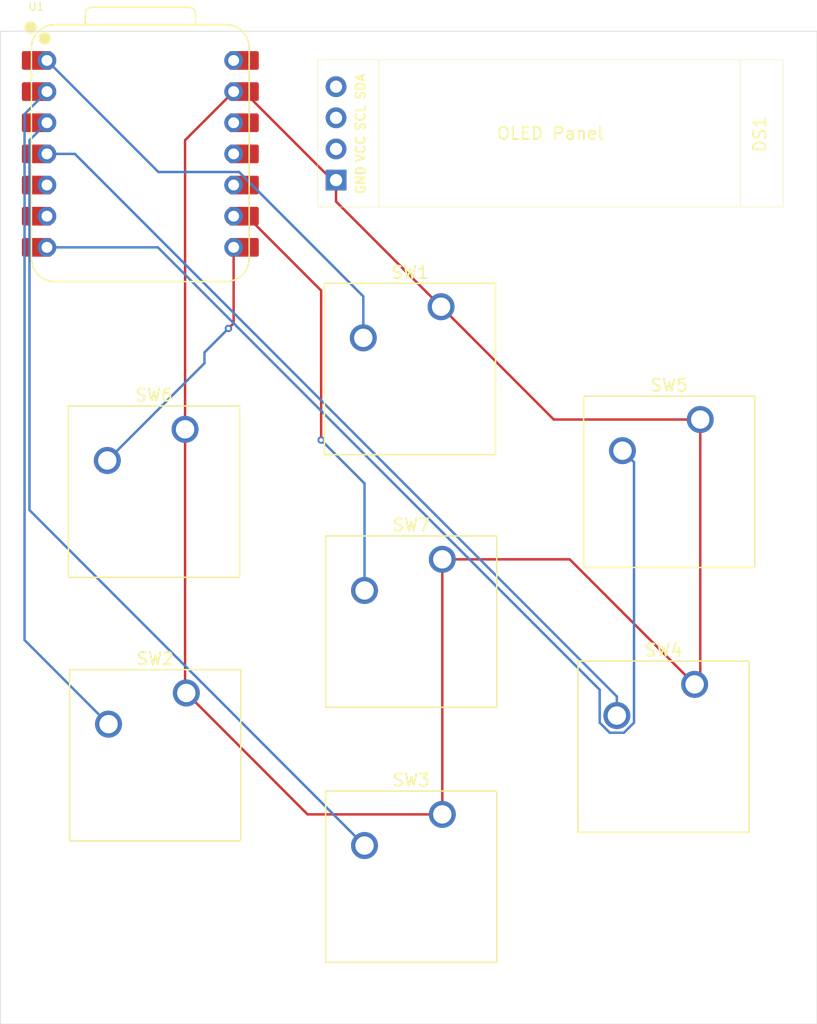
<source format=kicad_pcb>
(kicad_pcb (version 20241229) (generator "pcbnew") (generator_version "9.0")
  (layers (0 "F.Cu" signal) (2 "B.Cu" signal) (13 "F.Paste" user) (15 "B.Paste" user) (5 "F.SilkS" user "F.Silkscreen") (7 "B.SilkS" user "B.Silkscreen") (1 "F.Mask" user) (3 "B.Mask" user) (25 "Edge.Cuts" user))
  (net 0 "")
  (net 1 "GND")
  (net 3 "sda")
  (net 4 "scl")
  (net 5 "vcc")
  (net 8 "sw1")
  (net 9 "sw2")
  (net 10 "sw3")
  (net 11 "sw4")
  (net 12 "sw5")
  (net 13 "sw6")
  (net 14 "sw7")
  (footprint "footprints:XIAO-RP2040-DIP (2)" (layer "F.Cu") (at 78.105 79.0575)
    (property "Reference" "U1" (at -8.5 -12 0) (layer "F.SilkS") (effects (font (size 0.635 0.635) (thickness 0.1016))))
    (property "Value" "XIAO-RP2040-DIP")
    (fp_line (start -8.89 8.509) (end -8.89 -8.636) (stroke (width 0.127)) (layer "F.SilkS"))
    (fp_line (start -6.985 10.414) (end 6.985 10.414) (stroke (width 0.127)) (layer "F.SilkS"))
    (fp_line (start -4.495 -10.541) (end -4.491272 -11.451272) (stroke (width 0.127)) (layer "F.SilkS"))
    (fp_line (start -3.991272 -11.951) (end 4.004 -11.951) (stroke (width 0.127)) (layer "F.SilkS"))
    (fp_line (start 4.504 -11.451) (end 4.504 -10.541) (stroke (width 0.127)) (layer "F.SilkS"))
    (fp_line (start 6.985 -10.541) (end -6.985 -10.541) (stroke (width 0.1)) (layer "F.SilkS"))
    (fp_line (start 6.985 -10.541) (end -6.985 -10.541) (stroke (width 0.127)) (layer "F.SilkS"))
    (fp_line (start 8.89 8.509) (end 8.89 -8.636) (stroke (width 0.127)) (layer "F.SilkS"))
    (fp_arc (start -8.89 -8.636) (mid -8.332038 -9.983038) (end -6.985 -10.541) (stroke (width 0.127)) (layer "F.SilkS"))
    (fp_arc (start -6.985 10.414) (mid -8.332038 9.856038) (end -8.89 8.509) (stroke (width 0.127)) (layer "F.SilkS"))
    (fp_arc (start -4.491272 -11.451272) (mid -4.344728 -11.80464) (end -3.991272 -11.951) (stroke (width 0.127)) (layer "F.SilkS"))
    (fp_arc (start 4.004 -11.951) (mid 4.357553 -11.804553) (end 4.504 -11.451) (stroke (width 0.127)) (layer "F.SilkS"))
    (fp_arc (start 6.985 -10.541) (mid 8.332038 -9.983038) (end 8.89 -8.636) (stroke (width 0.127)) (layer "F.SilkS"))
    (fp_arc (start 8.89 8.509) (mid 8.332038 9.856038) (end 6.985 10.414) (stroke (width 0.127)) (layer "F.SilkS"))
    (fp_circle (center -8.95 -10.3) (end -8.95 -10.554) (stroke (width 0.5)) (fill yes) (layer "F.SilkS"))
    (fp_circle (center -7.807 -9.42) (end -7.807 -9.674) (stroke (width 0.5)) (fill yes) (layer "F.SilkS"))
    (pad "1" smd roundrect (at -8.455 -7.62 180) (size 2.432 1.524) (layers "F.Cu" "F.Mask") (roundrect_rratio 0.1) (net 8 "sw1"))
    (pad "1" thru_hole circle (at -7.62 -7.62 180) (size 1.524 1.524) (drill 0.889) (layers "*.Cu" "*.Mask") (net 8 "sw1"))
    (pad "2" smd roundrect (at -8.455 -5.08 180) (size 2.432 1.524) (layers "F.Cu" "F.Mask") (roundrect_rratio 0.1) (net 9 "sw2"))
    (pad "2" thru_hole circle (at -7.62 -5.08 180) (size 1.524 1.524) (drill 0.889) (layers "*.Cu" "*.Mask") (net 9 "sw2"))
    (pad "3" smd roundrect (at -8.455 -2.54 180) (size 2.432 1.524) (layers "F.Cu" "F.Mask") (roundrect_rratio 0.1) (net 10 "sw3"))
    (pad "3" thru_hole circle (at -7.62 -2.54 180) (size 1.524 1.524) (drill 0.889) (layers "*.Cu" "*.Mask") (net 10 "sw3"))
    (pad "4" smd roundrect (at -8.455 0 180) (size 2.432 1.524) (layers "F.Cu" "F.Mask") (roundrect_rratio 0.1) (net 11 "sw4"))
    (pad "4" thru_hole circle (at -7.62 0 180) (size 1.524 1.524) (drill 0.889) (layers "*.Cu" "*.Mask") (net 11 "sw4"))
    (pad "5" smd roundrect (at -8.455 2.54 180) (size 2.432 1.524) (layers "F.Cu" "F.Mask") (roundrect_rratio 0.1) (net 3 "sda"))
    (pad "5" thru_hole circle (at -7.62 2.54 180) (size 1.524 1.524) (drill 0.889) (layers "*.Cu" "*.Mask") (net 3 "sda"))
    (pad "6" smd roundrect (at -8.455 5.08 180) (size 2.432 1.524) (layers "F.Cu" "F.Mask") (roundrect_rratio 0.1) (net 4 "scl"))
    (pad "6" thru_hole circle (at -7.62 5.08 180) (size 1.524 1.524) (drill 0.889) (layers "*.Cu" "*.Mask") (net 4 "scl"))
    (pad "7" smd roundrect (at -8.455 7.62 180) (size 2.432 1.524) (layers "F.Cu" "F.Mask") (roundrect_rratio 0.1) (net 12 "sw5"))
    (pad "7" thru_hole circle (at -7.62 7.62 180) (size 1.524 1.524) (drill 0.889) (layers "*.Cu" "*.Mask") (net 12 "sw5"))
    (pad "8" thru_hole circle (at 7.62 7.62) (size 1.524 1.524) (drill 0.889) (layers "*.Cu" "*.Mask") (net 13 "sw6"))
    (pad "8" smd roundrect (at 8.455 7.62) (size 2.432 1.524) (layers "F.Cu" "F.Mask") (roundrect_rratio 0.1) (net 13 "sw6"))
    (pad "9" thru_hole circle (at 7.62 5.08) (size 1.524 1.524) (drill 0.889) (layers "*.Cu" "*.Mask") (net 14 "sw7"))
    (pad "9" smd roundrect (at 8.455 5.08) (size 2.432 1.524) (layers "F.Cu" "F.Mask") (roundrect_rratio 0.1) (net 14 "sw7"))
    (pad "10" thru_hole circle (at 7.62 2.54) (size 1.524 1.524) (drill 0.889) (layers "*.Cu" "*.Mask"))
    (pad "10" smd roundrect (at 8.455 2.54) (size 2.432 1.524) (layers "F.Cu" "F.Mask") (roundrect_rratio 0.1))
    (pad "11" thru_hole circle (at 7.62 0) (size 1.524 1.524) (drill 0.889) (layers "*.Cu" "*.Mask"))
    (pad "11" smd roundrect (at 8.455 0) (size 2.432 1.524) (layers "F.Cu" "F.Mask") (roundrect_rratio 0.1))
    (pad "12" thru_hole circle (at 7.62 -2.54) (size 1.524 1.524) (drill 0.889) (layers "*.Cu" "*.Mask") (net 5 "vcc"))
    (pad "12" smd roundrect (at 8.455 -2.54) (size 2.432 1.524) (layers "F.Cu" "F.Mask") (roundrect_rratio 0.1) (net 5 "vcc"))
    (pad "13" thru_hole circle (at 7.62 -5.08) (size 1.524 1.524) (drill 0.889) (layers "*.Cu" "*.Mask") (net 1 "GND"))
    (pad "13" smd roundrect (at 8.455 -5.08) (size 2.432 1.524) (layers "F.Cu" "F.Mask") (roundrect_rratio 0.1) (net 1 "GND"))
    (pad "14" thru_hole circle (at 7.62 -7.62) (size 1.524 1.524) (drill 0.889) (layers "*.Cu" "*.Mask"))
    (pad "14" smd roundrect (at 8.455 -7.62) (size 2.432 1.524) (layers "F.Cu" "F.Mask") (roundrect_rratio 0.1))
  )
  (footprint "footprints:SSD1306-0.91-OLED-4pin-128x32" (layer "F.Cu") (at 130.585 83.385 180)
    (property "Reference" "DS1" (at 1.9 5.91 90) (layer "F.SilkS"))
    (property "Value" "OLED-128O064D")
    (fp_line (start 38 12) (end 38 0) (stroke (width 0.04)) (layer "F.SilkS"))
    (fp_line (start 38 0) (end 0 0) (stroke (width 0.04)) (layer "F.SilkS"))
    (fp_line (start 33 0) (end 33 12) (stroke (width 0.04)) (layer "F.SilkS"))
    (fp_line (start 3.5 0) (end 3.5 12) (stroke (width 0.04)) (layer "F.SilkS"))
    (fp_line (start 0 12) (end 38 12) (stroke (width 0.04)) (layer "F.SilkS"))
    (fp_line (start 0 0) (end 0 12) (stroke (width 0.04)) (layer "F.SilkS"))
    (fp_text user "GND" (at 34.5 2.19 90) (layer "F.SilkS") (effects (font (size 0.75 0.75))))
    (fp_text user "SDA" (at 34.5 9.81 90) (layer "F.SilkS") (effects (font (size 0.75 0.75))))
    (fp_text user "OLED Panel" (at 19 6 0) (layer "F.SilkS"))
    (fp_text user "SCL" (at 34.5 7.27 90) (layer "F.SilkS") (effects (font (size 0.75 0.75))))
    (fp_text user "VCC" (at 34.5 4.73 90) (layer "F.SilkS") (effects (font (size 0.75 0.75))))
    (pad "1" thru_hole rect (at 36.5 2.19 180) (size 1.7 1.7) (drill 1) (layers "*.Cu" "*.Mask") (net 1 "GND"))
    (pad "2" thru_hole oval (at 36.5 4.73 180) (size 1.7 1.7) (drill 1) (layers "*.Cu" "*.Mask"))
    (pad "3" thru_hole oval (at 36.5 7.27 180) (size 1.7 1.7) (drill 1) (layers "*.Cu" "*.Mask"))
    (pad "4" thru_hole oval (at 36.5 9.81 180) (size 1.7 1.7) (drill 1) (layers "*.Cu" "*.Mask"))
  )
  (footprint "Button_Switch_Keyboard:SW_Cherry_MX_1.00u_PCB" (layer "F.Cu") (at 102.76 112.12)
    (property "Reference" "SW7" (at -2.54 -2.794 0) (layer "F.SilkS"))
    (property "Value" "SW_Push")
    (fp_line (start -9.525 -1.905) (end 4.445 -1.905) (stroke (width 0.12)) (layer "F.SilkS"))
    (fp_line (start -9.525 12.065) (end -9.525 -1.905) (stroke (width 0.12)) (layer "F.SilkS"))
    (fp_line (start 4.445 -1.905) (end 4.445 12.065) (stroke (width 0.12)) (layer "F.SilkS"))
    (fp_line (start 4.445 12.065) (end -9.525 12.065) (stroke (width 0.12)) (layer "F.SilkS"))
    (pad "" np_thru_hole circle (at -7.62 5.08) (size 1.7 1.7) (drill 1.7) (layers "*.Cu" "*.Mask"))
    (pad "" np_thru_hole circle (at -2.54 5.08) (size 4 4) (drill 4) (layers "*.Cu" "*.Mask"))
    (pad "" np_thru_hole circle (at 2.54 5.08) (size 1.7 1.7) (drill 1.7) (layers "*.Cu" "*.Mask"))
    (pad "1" thru_hole circle (at 0 0) (size 2.2 2.2) (drill 1.5) (layers "*.Cu" "*.Mask") (net 1 "GND"))
    (pad "2" thru_hole circle (at -6.35 2.54) (size 2.2 2.2) (drill 1.5) (layers "*.Cu" "*.Mask") (net 14 "sw7"))
  )
  (footprint "Button_Switch_Keyboard:SW_Cherry_MX_1.00u_PCB" (layer "F.Cu") (at 102.66 91.52)
    (property "Reference" "SW1" (at -2.54 -2.794 0) (layer "F.SilkS"))
    (property "Value" "SW_Push")
    (fp_line (start -9.525 -1.905) (end 4.445 -1.905) (stroke (width 0.12)) (layer "F.SilkS"))
    (fp_line (start -9.525 12.065) (end -9.525 -1.905) (stroke (width 0.12)) (layer "F.SilkS"))
    (fp_line (start 4.445 -1.905) (end 4.445 12.065) (stroke (width 0.12)) (layer "F.SilkS"))
    (fp_line (start 4.445 12.065) (end -9.525 12.065) (stroke (width 0.12)) (layer "F.SilkS"))
    (pad "" np_thru_hole circle (at -7.62 5.08) (size 1.7 1.7) (drill 1.7) (layers "*.Cu" "*.Mask"))
    (pad "" np_thru_hole circle (at -2.54 5.08) (size 4 4) (drill 4) (layers "*.Cu" "*.Mask"))
    (pad "" np_thru_hole circle (at 2.54 5.08) (size 1.7 1.7) (drill 1.7) (layers "*.Cu" "*.Mask"))
    (pad "1" thru_hole circle (at 0 0) (size 2.2 2.2) (drill 1.5) (layers "*.Cu" "*.Mask") (net 1 "GND"))
    (pad "2" thru_hole circle (at -6.35 2.54) (size 2.2 2.2) (drill 1.5) (layers "*.Cu" "*.Mask") (net 8 "sw1"))
  )
  (footprint "Button_Switch_Keyboard:SW_Cherry_MX_1.00u_PCB" (layer "F.Cu") (at 81.76 101.52)
    (property "Reference" "SW6" (at -2.54 -2.794 0) (layer "F.SilkS"))
    (property "Value" "SW_Push")
    (fp_line (start -9.525 -1.905) (end 4.445 -1.905) (stroke (width 0.12)) (layer "F.SilkS"))
    (fp_line (start -9.525 12.065) (end -9.525 -1.905) (stroke (width 0.12)) (layer "F.SilkS"))
    (fp_line (start 4.445 -1.905) (end 4.445 12.065) (stroke (width 0.12)) (layer "F.SilkS"))
    (fp_line (start 4.445 12.065) (end -9.525 12.065) (stroke (width 0.12)) (layer "F.SilkS"))
    (pad "" np_thru_hole circle (at -7.62 5.08) (size 1.7 1.7) (drill 1.7) (layers "*.Cu" "*.Mask"))
    (pad "" np_thru_hole circle (at -2.54 5.08) (size 4 4) (drill 4) (layers "*.Cu" "*.Mask"))
    (pad "" np_thru_hole circle (at 2.54 5.08) (size 1.7 1.7) (drill 1.7) (layers "*.Cu" "*.Mask"))
    (pad "1" thru_hole circle (at 0 0) (size 2.2 2.2) (drill 1.5) (layers "*.Cu" "*.Mask") (net 1 "GND"))
    (pad "2" thru_hole circle (at -6.35 2.54) (size 2.2 2.2) (drill 1.5) (layers "*.Cu" "*.Mask") (net 13 "sw6"))
  )
  (footprint "Button_Switch_Keyboard:SW_Cherry_MX_1.00u_PCB" (layer "F.Cu") (at 123.36 122.32)
    (property "Reference" "SW4" (at -2.54 -2.794 0) (layer "F.SilkS"))
    (property "Value" "SW_Push")
    (fp_line (start -9.525 -1.905) (end 4.445 -1.905) (stroke (width 0.12)) (layer "F.SilkS"))
    (fp_line (start -9.525 12.065) (end -9.525 -1.905) (stroke (width 0.12)) (layer "F.SilkS"))
    (fp_line (start 4.445 -1.905) (end 4.445 12.065) (stroke (width 0.12)) (layer "F.SilkS"))
    (fp_line (start 4.445 12.065) (end -9.525 12.065) (stroke (width 0.12)) (layer "F.SilkS"))
    (pad "" np_thru_hole circle (at -7.62 5.08) (size 1.7 1.7) (drill 1.7) (layers "*.Cu" "*.Mask"))
    (pad "" np_thru_hole circle (at -2.54 5.08) (size 4 4) (drill 4) (layers "*.Cu" "*.Mask"))
    (pad "" np_thru_hole circle (at 2.54 5.08) (size 1.7 1.7) (drill 1.7) (layers "*.Cu" "*.Mask"))
    (pad "1" thru_hole circle (at 0 0) (size 2.2 2.2) (drill 1.5) (layers "*.Cu" "*.Mask") (net 1 "GND"))
    (pad "2" thru_hole circle (at -6.35 2.54) (size 2.2 2.2) (drill 1.5) (layers "*.Cu" "*.Mask") (net 11 "sw4"))
  )
  (footprint "Button_Switch_Keyboard:SW_Cherry_MX_1.00u_PCB" (layer "F.Cu") (at 81.86 123.02)
    (property "Reference" "SW2" (at -2.54 -2.794 0) (layer "F.SilkS"))
    (property "Value" "SW_Push")
    (fp_line (start -9.525 -1.905) (end 4.445 -1.905) (stroke (width 0.12)) (layer "F.SilkS"))
    (fp_line (start -9.525 12.065) (end -9.525 -1.905) (stroke (width 0.12)) (layer "F.SilkS"))
    (fp_line (start 4.445 -1.905) (end 4.445 12.065) (stroke (width 0.12)) (layer "F.SilkS"))
    (fp_line (start 4.445 12.065) (end -9.525 12.065) (stroke (width 0.12)) (layer "F.SilkS"))
    (pad "" np_thru_hole circle (at -7.62 5.08) (size 1.7 1.7) (drill 1.7) (layers "*.Cu" "*.Mask"))
    (pad "" np_thru_hole circle (at -2.54 5.08) (size 4 4) (drill 4) (layers "*.Cu" "*.Mask"))
    (pad "" np_thru_hole circle (at 2.54 5.08) (size 1.7 1.7) (drill 1.7) (layers "*.Cu" "*.Mask"))
    (pad "1" thru_hole circle (at 0 0) (size 2.2 2.2) (drill 1.5) (layers "*.Cu" "*.Mask") (net 1 "GND"))
    (pad "2" thru_hole circle (at -6.35 2.54) (size 2.2 2.2) (drill 1.5) (layers "*.Cu" "*.Mask") (net 9 "sw2"))
  )
  (footprint "Button_Switch_Keyboard:SW_Cherry_MX_1.00u_PCB" (layer "F.Cu") (at 102.76 132.92)
    (property "Reference" "SW3" (at -2.54 -2.794 0) (layer "F.SilkS"))
    (property "Value" "SW_Push")
    (fp_line (start -9.525 -1.905) (end 4.445 -1.905) (stroke (width 0.12)) (layer "F.SilkS"))
    (fp_line (start -9.525 12.065) (end -9.525 -1.905) (stroke (width 0.12)) (layer "F.SilkS"))
    (fp_line (start 4.445 -1.905) (end 4.445 12.065) (stroke (width 0.12)) (layer "F.SilkS"))
    (fp_line (start 4.445 12.065) (end -9.525 12.065) (stroke (width 0.12)) (layer "F.SilkS"))
    (pad "" np_thru_hole circle (at -7.62 5.08) (size 1.7 1.7) (drill 1.7) (layers "*.Cu" "*.Mask"))
    (pad "" np_thru_hole circle (at -2.54 5.08) (size 4 4) (drill 4) (layers "*.Cu" "*.Mask"))
    (pad "" np_thru_hole circle (at 2.54 5.08) (size 1.7 1.7) (drill 1.7) (layers "*.Cu" "*.Mask"))
    (pad "1" thru_hole circle (at 0 0) (size 2.2 2.2) (drill 1.5) (layers "*.Cu" "*.Mask") (net 1 "GND"))
    (pad "2" thru_hole circle (at -6.35 2.54) (size 2.2 2.2) (drill 1.5) (layers "*.Cu" "*.Mask") (net 10 "sw3"))
  )
  (footprint "Button_Switch_Keyboard:SW_Cherry_MX_1.00u_PCB" (layer "F.Cu") (at 123.82 100.72)
    (property "Reference" "SW5" (at -2.54 -2.794 0) (layer "F.SilkS"))
    (property "Value" "SW_Push")
    (fp_line (start -9.525 -1.905) (end 4.445 -1.905) (stroke (width 0.12)) (layer "F.SilkS"))
    (fp_line (start -9.525 12.065) (end -9.525 -1.905) (stroke (width 0.12)) (layer "F.SilkS"))
    (fp_line (start 4.445 -1.905) (end 4.445 12.065) (stroke (width 0.12)) (layer "F.SilkS"))
    (fp_line (start 4.445 12.065) (end -9.525 12.065) (stroke (width 0.12)) (layer "F.SilkS"))
    (pad "" np_thru_hole circle (at -7.62 5.08) (size 1.7 1.7) (drill 1.7) (layers "*.Cu" "*.Mask"))
    (pad "" np_thru_hole circle (at -2.54 5.08) (size 4 4) (drill 4) (layers "*.Cu" "*.Mask"))
    (pad "" np_thru_hole circle (at 2.54 5.08) (size 1.7 1.7) (drill 1.7) (layers "*.Cu" "*.Mask"))
    (pad "1" thru_hole circle (at 0 0) (size 2.2 2.2) (drill 1.5) (layers "*.Cu" "*.Mask") (net 1 "GND"))
    (pad "2" thru_hole circle (at -6.35 2.54) (size 2.2 2.2) (drill 1.5) (layers "*.Cu" "*.Mask") (net 12 "sw5"))
  )
  (gr_rect (start 66.675 69.05625) (end 133.35 150.01875) (stroke (width 0.05)) (fill no) (layer "Edge.Cuts"))
  (segment (start 91.76 132.92) (end 102.76 132.92) (width 0.2) (layer "F.Cu") (net 1))
  (segment (start 123.82 100.72) (end 111.86 100.72) (width 0.2) (layer "F.Cu") (net 1))
  (segment (start 81.86 123.02) (end 91.76 132.92) (width 0.2) (layer "F.Cu") (net 1))
  (segment (start 102.76 112.12) (end 113.16 112.12) (width 0.2) (layer "F.Cu") (net 1))
  (segment (start 113.16 112.12) (end 123.36 122.32) (width 0.2) (layer "F.Cu") (net 1))
  (segment (start 81.76 122.92) (end 81.86 123.02) (width 0.2) (layer "F.Cu") (net 1))
  (segment (start 81.76 101.52) (end 81.76 122.92) (width 0.2) (layer "F.Cu") (net 1))
  (segment (start 94.085 81.195) (end 93.7775 81.195) (width 0.2) (layer "F.Cu") (net 1))
  (segment (start 102.76 132.92) (end 102.76 112.12) (width 0.2) (layer "F.Cu") (net 1))
  (segment (start 123.36 122.32) (end 123.82 121.86) (width 0.2) (layer "F.Cu") (net 1))
  (segment (start 94.085 82.945) (end 94.085 81.195) (width 0.2) (layer "F.Cu") (net 1))
  (segment (start 111.86 100.72) (end 102.66 91.52) (width 0.2) (layer "F.Cu") (net 1))
  (segment (start 123.82 121.86) (end 123.82 100.72) (width 0.2) (layer "F.Cu") (net 1))
  (segment (start 102.66 91.52) (end 94.085 82.945) (width 0.2) (layer "F.Cu") (net 1))
  (segment (start 81.76 77.9425) (end 85.725 73.9775) (width 0.2) (layer "F.Cu") (net 1))
  (segment (start 93.7775 81.195) (end 86.56 73.9775) (width 0.2) (layer "F.Cu") (net 1))
  (segment (start 81.76 101.52) (end 81.76 77.9425) (width 0.2) (layer "F.Cu") (net 1))
  (segment (start 96.31 90.67919) (end 86.16531 80.5345) (width 0.2) (layer "B.Cu") (net 8))
  (segment (start 86.16531 80.5345) (end 79.582 80.5345) (width 0.2) (layer "B.Cu") (net 8))
  (segment (start 79.582 80.5345) (end 70.485 71.4375) (width 0.2) (layer "B.Cu") (net 8))
  (segment (start 96.31 94.06) (end 96.31 90.67919) (width 0.2) (layer "B.Cu") (net 8))
  (segment (start 68.65525 75.80725) (end 70.485 73.9775) (width 0.2) (layer "B.Cu") (net 9))
  (segment (start 75.51 125.56) (end 68.65525 118.70525) (width 0.2) (layer "B.Cu") (net 9))
  (segment (start 68.65525 118.70525) (end 68.65525 75.80725) (width 0.2) (layer "B.Cu") (net 9))
  (segment (start 69.05625 108.10625) (end 69.05625 77.94625) (width 0.2) (layer "B.Cu") (net 10))
  (segment (start 96.41 135.46) (end 69.05625 108.10625) (width 0.2) (layer "B.Cu") (net 10))
  (segment (start 69.05625 77.94625) (end 70.485 76.5175) (width 0.2) (layer "B.Cu") (net 10))
  (segment (start 117.01 124.86) (end 117.01 123.304366) (width 0.2) (layer "B.Cu") (net 11))
  (segment (start 72.763134 79.0575) (end 70.485 79.0575) (width 0.2) (layer "B.Cu") (net 11))
  (segment (start 117.01 123.304366) (end 72.763134 79.0575) (width 0.2) (layer "B.Cu") (net 11))
  (segment (start 79.53375 86.6775) (end 70.485 86.6775) (width 0.2) (layer "B.Cu") (net 12))
  (segment (start 115.609 122.75275) (end 79.53375 86.6775) (width 0.2) (layer "B.Cu") (net 12))
  (segment (start 115.609 125.440314) (end 115.609 122.75275) (width 0.2) (layer "B.Cu") (net 12))
  (segment (start 117.590314 126.261) (end 116.429686 126.261) (width 0.2) (layer "B.Cu") (net 12))
  (segment (start 117.47 103.26) (end 118.411 104.201) (width 0.2) (layer "B.Cu") (net 12))
  (segment (start 118.411 104.201) (end 118.411 125.440314) (width 0.2) (layer "B.Cu") (net 12))
  (segment (start 118.411 125.440314) (end 117.590314 126.261) (width 0.2) (layer "B.Cu") (net 12))
  (segment (start 116.429686 126.261) (end 115.609 125.440314) (width 0.2) (layer "B.Cu") (net 12))
  (segment (start 85.300735 93.293015) (end 85.725 92.86875) (width 0.2) (layer "F.Cu") (net 13))
  (segment (start 85.725 92.86875) (end 85.725 86.6775) (width 0.2) (layer "F.Cu") (net 13))
  (via (at 85.300735 93.293015) (size 0.6) (drill 0.3) (layers "F.Cu" "B.Cu") (net 13))
  (segment (start 75.41 104.06) (end 83.34375 96.12625) (width 0.2) (layer "B.Cu") (net 13))
  (segment (start 83.34375 96.12625) (end 83.34375 95.25) (width 0.2) (layer "B.Cu") (net 13))
  (segment (start 83.34375 95.25) (end 85.300735 93.293015) (width 0.2) (layer "B.Cu") (net 13))
  (segment (start 92.86875 102.39375) (end 92.86875 90.20362) (width 0.2) (layer "F.Cu") (net 14))
  (segment (start 92.86875 90.20362) (end 86.80263 84.1375) (width 0.2) (layer "F.Cu") (net 14))
  (segment (start 86.80263 84.1375) (end 85.725 84.1375) (width 0.2) (layer "F.Cu") (net 14))
  (via (at 92.86875 102.39375) (size 0.6) (drill 0.3) (layers "F.Cu" "B.Cu") (net 14))
  (segment (start 96.41 114.66) (end 96.41 105.935) (width 0.2) (layer "B.Cu") (net 14))
  (segment (start 96.41 105.935) (end 92.86875 102.39375) (width 0.2) (layer "B.Cu") (net 14))
)
</source>
